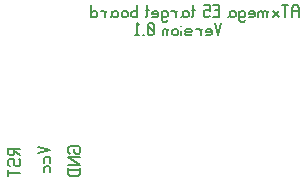
<source format=gbr>
G04 start of page 9 for group -4078 idx -4078 *
G04 Title: (unknown), bottomsilk *
G04 Creator: pcb 20110918 *
G04 CreationDate: Mon Sep  2 05:41:51 2013 UTC *
G04 For: mokus *
G04 Format: Gerber/RS-274X *
G04 PCB-Dimensions: 110000 80000 *
G04 PCB-Coordinate-Origin: lower left *
%MOIN*%
%FSLAX25Y25*%
%LNBOTTOMSILK*%
%ADD50C,0.0060*%
G54D50*X23000Y20010D02*X23500Y19510D01*
X23000Y20010D02*Y21510D01*
X23500Y22010D02*X23000Y21510D01*
X23500Y22010D02*X26500D01*
X27000Y21510D01*
Y20010D02*Y21510D01*
Y20010D02*X26500Y19510D01*
X25500D02*X26500D01*
X25000Y20010D02*X25500Y19510D01*
X25000Y20010D02*Y21010D01*
X23000Y18310D02*X27000D01*
X23000D02*X27000Y15810D01*
X23000D02*X27000D01*
X23000Y14110D02*X27000D01*
X23000Y12810D02*X23700Y12110D01*
X26300D01*
X27000Y12810D02*X26300Y12110D01*
X27000Y12810D02*Y14610D01*
X23000Y12810D02*Y14610D01*
X3000Y19500D02*Y21500D01*
Y19500D02*X3500Y19000D01*
X4500D01*
X5000Y19500D02*X4500Y19000D01*
X5000Y19500D02*Y21000D01*
X3000D02*X7000D01*
X5000Y20200D02*X7000Y19000D01*
X3000Y15800D02*X3500Y15300D01*
X3000Y15800D02*Y17300D01*
X3500Y17800D02*X3000Y17300D01*
X3500Y17800D02*X4500D01*
X5000Y17300D01*
Y15800D02*Y17300D01*
Y15800D02*X5500Y15300D01*
X6500D01*
X7000Y15800D02*X6500Y15300D01*
X7000Y15800D02*Y17300D01*
X6500Y17800D02*X7000Y17300D01*
X3000Y12100D02*Y14100D01*
Y13100D02*X7000D01*
X13000Y21598D02*X17000Y20598D01*
X13000Y19598D01*
X15000Y16398D02*Y17898D01*
X15500Y18398D02*X15000Y17898D01*
X15500Y18398D02*X16500D01*
X17000Y17898D01*
Y16398D02*Y17898D01*
X15000Y13198D02*Y14698D01*
X15500Y15198D02*X15000Y14698D01*
X15500Y15198D02*X16500D01*
X17000Y14698D01*
Y13198D02*Y14698D01*
X100000Y65000D02*Y68000D01*
X99300Y69000D01*
X98200D02*X99300D01*
X98200D02*X97500Y68000D01*
Y65000D02*Y68000D01*
Y67000D02*X100000D01*
X94300Y69000D02*X96300D01*
X95300Y65000D02*Y69000D01*
X93100Y67000D02*X91100Y65000D01*
X93100D02*X91100Y67000D01*
X89400Y65000D02*Y66500D01*
X88900Y67000D01*
X88400D02*X88900D01*
X88400D02*X87900Y66500D01*
Y65000D02*Y66500D01*
X87400Y67000D01*
X86900D02*X87400D01*
X86900D02*X86400Y66500D01*
Y65000D02*Y66500D01*
X89900Y67000D02*X89400Y66500D01*
X83200Y65000D02*X84700D01*
X85200Y65500D02*X84700Y65000D01*
X85200Y65500D02*Y66500D01*
X84700Y67000D01*
X83700D02*X84700D01*
X83700D02*X83200Y66500D01*
Y66000D02*X85200D01*
X83200D02*Y66500D01*
X80500Y67000D02*X80000Y66500D01*
X80500Y67000D02*X81500D01*
X82000Y66500D02*X81500Y67000D01*
X82000Y65500D02*Y66500D01*
Y65500D02*X81500Y65000D01*
X80500D02*X81500D01*
X80500D02*X80000Y65500D01*
X82000Y64000D02*X81500Y63500D01*
X80500D02*X81500D01*
X80500D02*X80000Y64000D01*
Y67000D01*
X77300D02*X76800Y66500D01*
X77300Y67000D02*X78300D01*
X78800Y66500D02*X78300Y67000D01*
X78800Y65500D02*Y66500D01*
Y65500D02*X78300Y65000D01*
X76800Y65500D02*Y67000D01*
Y65500D02*X76300Y65000D01*
X77300D02*X78300D01*
X77300D02*X76800Y65500D01*
X71800Y67200D02*X73300D01*
X71300Y65000D02*X73300D01*
Y69000D01*
X71300D02*X73300D01*
X68100D02*X70100D01*
Y67000D02*Y69000D01*
Y67000D02*X69600Y67500D01*
X68600D02*X69600D01*
X68600D02*X68100Y67000D01*
Y65500D02*Y67000D01*
X68600Y65000D02*X68100Y65500D01*
X68600Y65000D02*X69600D01*
X70100Y65500D02*X69600Y65000D01*
X64600Y65500D02*Y69000D01*
Y65500D02*X64100Y65000D01*
Y67500D02*X65100D01*
X61600Y67000D02*X61100Y66500D01*
X61600Y67000D02*X62600D01*
X63100Y66500D02*X62600Y67000D01*
X63100Y65500D02*Y66500D01*
Y65500D02*X62600Y65000D01*
X61100Y65500D02*Y67000D01*
Y65500D02*X60600Y65000D01*
X61600D02*X62600D01*
X61600D02*X61100Y65500D01*
X58900Y65000D02*Y66500D01*
X58400Y67000D01*
X57400D02*X58400D01*
X59400D02*X58900Y66500D01*
X54700Y67000D02*X54200Y66500D01*
X54700Y67000D02*X55700D01*
X56200Y66500D02*X55700Y67000D01*
X56200Y65500D02*Y66500D01*
Y65500D02*X55700Y65000D01*
X54700D02*X55700D01*
X54700D02*X54200Y65500D01*
X56200Y64000D02*X55700Y63500D01*
X54700D02*X55700D01*
X54700D02*X54200Y64000D01*
Y67000D01*
X51000Y65000D02*X52500D01*
X53000Y65500D02*X52500Y65000D01*
X53000Y65500D02*Y66500D01*
X52500Y67000D01*
X51500D02*X52500D01*
X51500D02*X51000Y66500D01*
Y66000D02*X53000D01*
X51000D02*Y66500D01*
X49300Y65500D02*Y69000D01*
Y65500D02*X48800Y65000D01*
Y67500D02*X49800D01*
X46000Y65000D02*Y69000D01*
Y65500D02*X45500Y65000D01*
X44500D02*X45500D01*
X44500D02*X44000Y65500D01*
Y66500D01*
X44500Y67000D02*X44000Y66500D01*
X44500Y67000D02*X45500D01*
X46000Y66500D02*X45500Y67000D01*
X42800Y65500D02*Y66500D01*
X42300Y67000D01*
X41300D02*X42300D01*
X41300D02*X40800Y66500D01*
Y65500D02*Y66500D01*
X41300Y65000D02*X40800Y65500D01*
X41300Y65000D02*X42300D01*
X42800Y65500D02*X42300Y65000D01*
X38100Y67000D02*X37600Y66500D01*
X38100Y67000D02*X39100D01*
X39600Y66500D02*X39100Y67000D01*
X39600Y65500D02*Y66500D01*
Y65500D02*X39100Y65000D01*
X37600Y65500D02*Y67000D01*
Y65500D02*X37100Y65000D01*
X38100D02*X39100D01*
X38100D02*X37600Y65500D01*
X35400Y65000D02*Y66500D01*
X34900Y67000D01*
X33900D02*X34900D01*
X35900D02*X35400Y66500D01*
X30700Y65000D02*Y69000D01*
X31200Y65000D02*X30700Y65500D01*
X31200Y65000D02*X32200D01*
X32700Y65500D02*X32200Y65000D01*
X32700Y65500D02*Y66500D01*
X32200Y67000D01*
X31200D02*X32200D01*
X31200D02*X30700Y66500D01*
X74000Y63000D02*X73000Y59000D01*
X72000Y63000D01*
X68800Y59000D02*X70300D01*
X70800Y59500D02*X70300Y59000D01*
X70800Y59500D02*Y60500D01*
X70300Y61000D01*
X69300D02*X70300D01*
X69300D02*X68800Y60500D01*
Y60000D02*X70800D01*
X68800D02*Y60500D01*
X67100Y59000D02*Y60500D01*
X66600Y61000D01*
X65600D02*X66600D01*
X67600D02*X67100Y60500D01*
X62400Y59000D02*X63900D01*
X62400D02*X61900Y59500D01*
X62400Y60000D02*X61900Y59500D01*
X62400Y60000D02*X63900D01*
X64400Y60500D02*X63900Y60000D01*
X64400Y60500D02*X63900Y61000D01*
X62400D02*X63900D01*
X62400D02*X61900Y60500D01*
X64400Y59500D02*X63900Y59000D01*
X60700Y61900D02*Y62000D01*
Y59000D02*Y60500D01*
X59700Y59500D02*Y60500D01*
X59200Y61000D01*
X58200D02*X59200D01*
X58200D02*X57700Y60500D01*
Y59500D02*Y60500D01*
X58200Y59000D02*X57700Y59500D01*
X58200Y59000D02*X59200D01*
X59700Y59500D02*X59200Y59000D01*
X56000D02*Y60500D01*
X55500Y61000D01*
X55000D02*X55500D01*
X55000D02*X54500Y60500D01*
Y59000D02*Y60500D01*
X56500Y61000D02*X56000Y60500D01*
X51500Y59500D02*X51000Y59000D01*
X51500Y59500D02*Y62500D01*
X51000Y63000D01*
X50000D02*X51000D01*
X50000D02*X49500Y62500D01*
Y59500D02*Y62500D01*
X50000Y59000D02*X49500Y59500D01*
X50000Y59000D02*X51000D01*
X51500Y60000D02*X49500Y62000D01*
X47800Y59000D02*X48300D01*
X46600Y62200D02*X45800Y63000D01*
Y59000D02*Y63000D01*
X45100Y59000D02*X46600D01*
M02*

</source>
